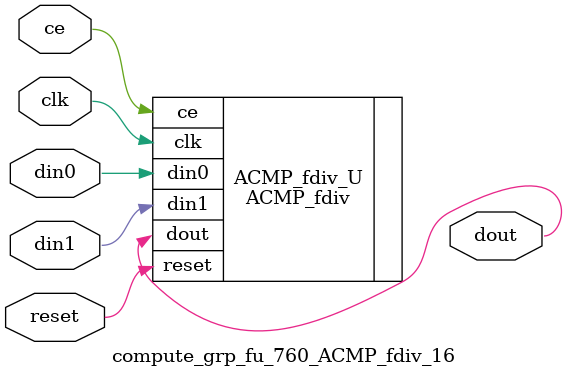
<source format=v>

`timescale 1 ns / 1 ps
module compute_grp_fu_760_ACMP_fdiv_16(
    clk,
    reset,
    ce,
    din0,
    din1,
    dout);

parameter ID = 32'd1;
parameter NUM_STAGE = 32'd1;
parameter din0_WIDTH = 32'd1;
parameter din1_WIDTH = 32'd1;
parameter dout_WIDTH = 32'd1;
input clk;
input reset;
input ce;
input[din0_WIDTH - 1:0] din0;
input[din1_WIDTH - 1:0] din1;
output[dout_WIDTH - 1:0] dout;



ACMP_fdiv #(
.ID( ID ),
.NUM_STAGE( 10 ),
.din0_WIDTH( din0_WIDTH ),
.din1_WIDTH( din1_WIDTH ),
.dout_WIDTH( dout_WIDTH ))
ACMP_fdiv_U(
    .clk( clk ),
    .reset( reset ),
    .ce( ce ),
    .din0( din0 ),
    .din1( din1 ),
    .dout( dout ));

endmodule

</source>
